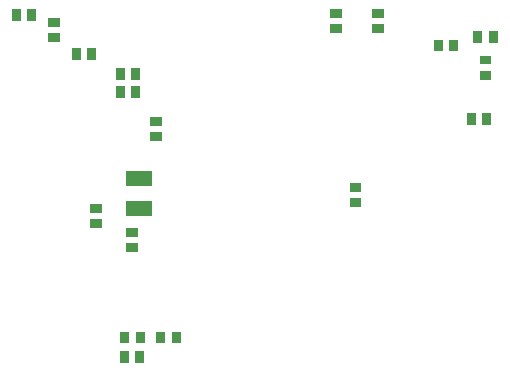
<source format=gbr>
G04 start of page 9 for group -4014 idx -4014 *
G04 Title: (unknown), bottompaste *
G04 Creator: pcb 20091103 *
G04 CreationDate: Fri 29 Oct 2010 14:31:42 GMT UTC *
G04 For: thomas *
G04 Format: Gerber/RS-274X *
G04 PCB-Dimensions: 600000 500000 *
G04 PCB-Coordinate-Origin: lower left *
%MOIN*%
%FSLAX25Y25*%
%LNBACKPASTE*%
%ADD20R,0.0295X0.0295*%
%ADD24R,0.0490X0.0490*%
G54D20*X235024Y188008D02*Y187024D01*
X240142Y188008D02*Y187024D01*
X195949Y164583D02*X196933D01*
X195949Y159465D02*X196933D01*
X121508Y149559D02*X122492D01*
X121508Y144441D02*X122492D01*
X118000Y202984D02*Y202000D01*
X123118Y202984D02*Y202000D01*
X108559Y209492D02*Y208508D01*
X103441Y209492D02*Y208508D01*
X237189Y215272D02*Y214288D01*
X242307Y215272D02*Y214288D01*
X224000Y212417D02*Y211433D01*
X229118Y212417D02*Y211433D01*
X109508Y152441D02*X110492D01*
X109508Y157559D02*X110492D01*
X123118Y197000D02*Y196016D01*
X118000Y197000D02*Y196016D01*
X189508Y222559D02*X190492D01*
X189508Y217441D02*X190492D01*
X239255Y201984D02*X240239D01*
X239255Y207102D02*X240239D01*
X95508Y219559D02*X96492D01*
X95508Y214441D02*X96492D01*
X83441Y222492D02*Y221508D01*
X88559Y222492D02*Y221508D01*
X129508Y181441D02*X130492D01*
X129508Y186559D02*X130492D01*
X203508Y222559D02*X204492D01*
X203508Y217441D02*X204492D01*
G54D24*X122425Y167535D02*X126025D01*
X122425Y157535D02*X126025D01*
G54D20*X136654Y115052D02*Y114068D01*
X131536Y115052D02*Y114068D01*
X119536Y115052D02*Y114068D01*
X124654Y115052D02*Y114068D01*
X124559Y108492D02*Y107508D01*
X119441Y108492D02*Y107508D01*
M02*

</source>
